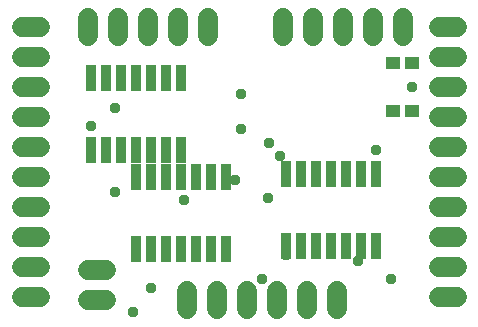
<source format=gbr>
G04 EAGLE Gerber X2 export*
%TF.Part,Single*%
%TF.FileFunction,Soldermask,Bot,1*%
%TF.FilePolarity,Negative*%
%TF.GenerationSoftware,Autodesk,EAGLE,8.7.0*%
%TF.CreationDate,2021-03-05T05:17:05Z*%
G75*
%MOMM*%
%FSLAX34Y34*%
%LPD*%
%AMOC8*
5,1,8,0,0,1.08239X$1,22.5*%
G01*
%ADD10C,1.727200*%
%ADD11R,0.863600X2.235200*%
%ADD12R,1.203200X1.103200*%
%ADD13C,0.959600*%


D10*
X381000Y266700D02*
X396240Y266700D01*
X396240Y241300D02*
X381000Y241300D01*
X381000Y215900D02*
X396240Y215900D01*
X396240Y190500D02*
X381000Y190500D01*
X381000Y165100D02*
X396240Y165100D01*
X396240Y139700D02*
X381000Y139700D01*
X381000Y114300D02*
X396240Y114300D01*
X396240Y88900D02*
X381000Y88900D01*
X381000Y63500D02*
X396240Y63500D01*
X396240Y38100D02*
X381000Y38100D01*
D11*
X200660Y78486D03*
X200660Y139954D03*
X187960Y78486D03*
X175260Y78486D03*
X187960Y139954D03*
X175260Y139954D03*
X162560Y78486D03*
X162560Y139954D03*
X149860Y78486D03*
X137160Y78486D03*
X149860Y139954D03*
X137160Y139954D03*
X124460Y78486D03*
X124460Y139954D03*
X327660Y81026D03*
X327660Y142494D03*
X314960Y81026D03*
X302260Y81026D03*
X314960Y142494D03*
X302260Y142494D03*
X289560Y81026D03*
X289560Y142494D03*
X276860Y81026D03*
X264160Y81026D03*
X276860Y142494D03*
X264160Y142494D03*
X251460Y81026D03*
X251460Y142494D03*
D10*
X43180Y38100D02*
X27940Y38100D01*
X27940Y63500D02*
X43180Y63500D01*
X43180Y88900D02*
X27940Y88900D01*
X27940Y114300D02*
X43180Y114300D01*
X43180Y139700D02*
X27940Y139700D01*
X27940Y165100D02*
X43180Y165100D01*
X43180Y190500D02*
X27940Y190500D01*
X27940Y215900D02*
X43180Y215900D01*
X43180Y241300D02*
X27940Y241300D01*
X27940Y266700D02*
X43180Y266700D01*
X83820Y259080D02*
X83820Y274320D01*
X109220Y274320D02*
X109220Y259080D01*
X134620Y259080D02*
X134620Y274320D01*
X160020Y274320D02*
X160020Y259080D01*
X185420Y259080D02*
X185420Y274320D01*
X248920Y274320D02*
X248920Y259080D01*
X274320Y259080D02*
X274320Y274320D01*
X299720Y274320D02*
X299720Y259080D01*
X325120Y259080D02*
X325120Y274320D01*
X350520Y274320D02*
X350520Y259080D01*
X99060Y60960D02*
X83820Y60960D01*
X83820Y35560D02*
X99060Y35560D01*
D11*
X162560Y162306D03*
X162560Y223774D03*
X149860Y162306D03*
X137160Y162306D03*
X149860Y223774D03*
X137160Y223774D03*
X124460Y162306D03*
X124460Y223774D03*
X111760Y162306D03*
X99060Y162306D03*
X111760Y223774D03*
X99060Y223774D03*
X86360Y162306D03*
X86360Y223774D03*
D10*
X294640Y43180D02*
X294640Y27940D01*
X269240Y27940D02*
X269240Y43180D01*
X243840Y43180D02*
X243840Y27940D01*
X218440Y27940D02*
X218440Y43180D01*
X193040Y43180D02*
X193040Y27940D01*
X167640Y27940D02*
X167640Y43180D01*
D12*
X358520Y236400D03*
X342520Y236400D03*
X342520Y195400D03*
X358520Y195400D03*
D13*
X251460Y73660D03*
X86840Y183083D03*
X237180Y168430D03*
X358140Y215900D03*
X327660Y162560D03*
X121920Y25400D03*
X208280Y137160D03*
X165027Y120140D03*
X236220Y121920D03*
X106680Y127000D03*
X340360Y53340D03*
X312420Y68580D03*
X213360Y210162D03*
X106680Y198120D03*
X213360Y180340D03*
X246380Y157480D03*
X231365Y53565D03*
X137160Y45720D03*
M02*

</source>
